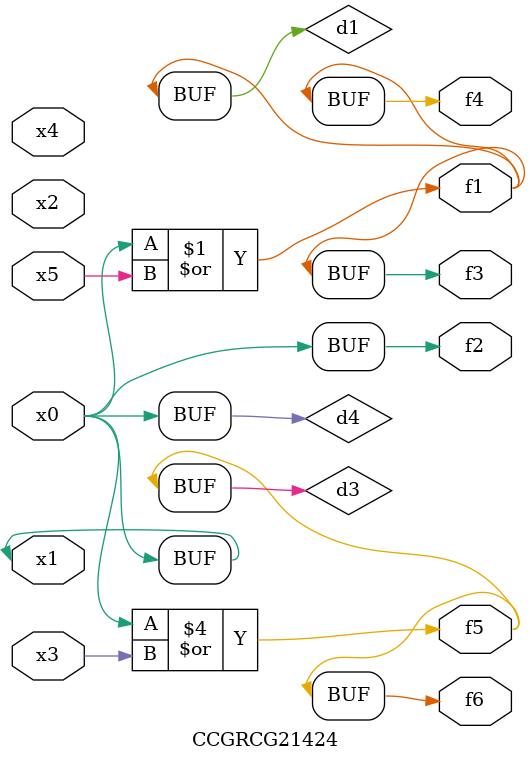
<source format=v>
module CCGRCG21424(
	input x0, x1, x2, x3, x4, x5,
	output f1, f2, f3, f4, f5, f6
);

	wire d1, d2, d3, d4;

	or (d1, x0, x5);
	xnor (d2, x1, x4);
	or (d3, x0, x3);
	buf (d4, x0, x1);
	assign f1 = d1;
	assign f2 = d4;
	assign f3 = d1;
	assign f4 = d1;
	assign f5 = d3;
	assign f6 = d3;
endmodule

</source>
